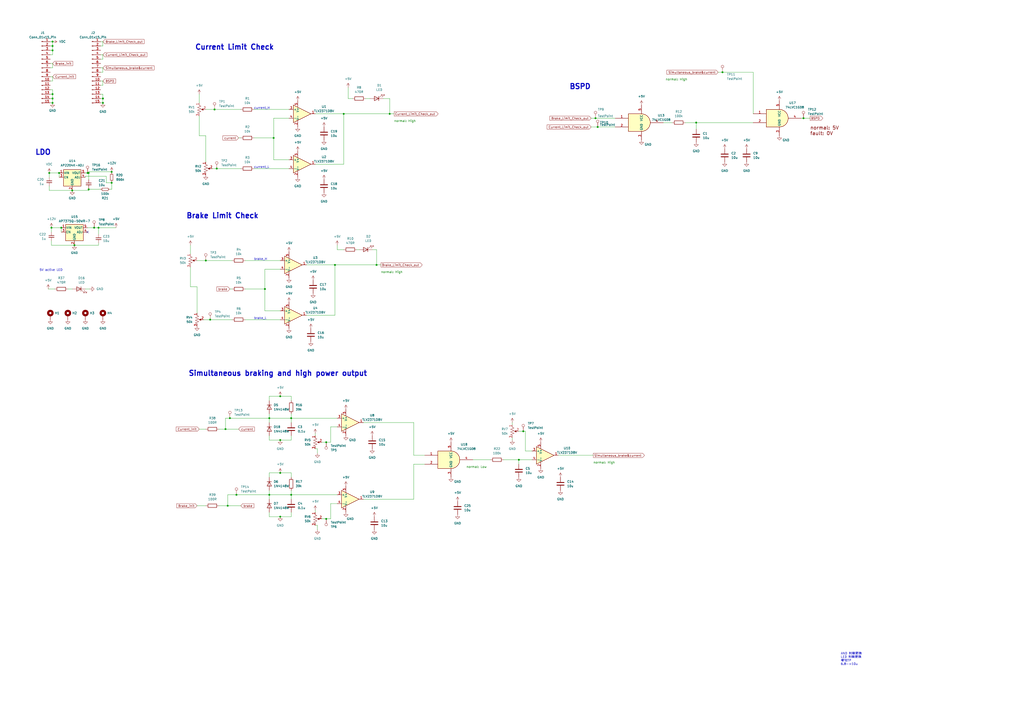
<source format=kicad_sch>
(kicad_sch (version 20230121) (generator eeschema)
  (paper "A2")
  (title_block (title "BSPD_v2") (date "2025-01-30") (company "Formula Racing") (comment 1 "NCKU"))
  (junction (at 168.91 287.02))
  (junction (at 34.29 100.33))
  (junction (at 64.77 106.045))
  (junction (at 168.91 242.57))
  (junction (at 162.56 274.32))
  (junction (at 133.35 242.57))
  (junction (at 30.48 54.61))
  (junction (at 30.48 57.15))
  (junction (at 43.18 142.24))
  (junction (at 35.56 132.08))
  (junction (at 158.75 80.01))
  (junction (at 28.575 100.33))
  (junction (at 121.92 185.42))
  (junction (at 226.06 66.04))
  (junction (at 466.09 68.58))
  (junction (at 57.15 132.08))
  (junction (at 29.845 132.08))
  (junction (at 345.44 68.58))
  (junction (at 162.56 229.87))
  (junction (at 162.56 299.72))
  (junction (at 54.61 132.08))
  (junction (at 346.71 73.66))
  (junction (at 153.67 167.64))
  (junction (at 132.08 293.37))
  (junction (at 51.435 109.855))
  (junction (at 419.1 41.91))
  (junction (at 218.44 153.67))
  (junction (at 64.77 99.695))
  (junction (at 162.56 255.27))
  (junction (at 119.38 151.13))
  (junction (at 189.23 300.99))
  (junction (at 30.48 24.13))
  (junction (at 156.21 242.57))
  (junction (at 403.86 71.12))
  (junction (at 59.69 57.15))
  (junction (at 30.48 26.67))
  (junction (at 50.8 100.33))
  (junction (at 194.31 153.67))
  (junction (at 189.23 256.54))
  (junction (at 137.16 287.02))
  (junction (at 30.48 29.21))
  (junction (at 59.69 59.69))
  (junction (at 30.48 59.69))
  (junction (at 300.99 266.7))
  (junction (at 124.46 63.5))
  (junction (at 41.91 110.49))
  (junction (at 125.73 97.79))
  (junction (at 199.39 66.04))
  (junction (at 130.81 248.92))
  (junction (at 303.53 250.19))
  (junction (at 156.21 287.02))
  (junction (at 51.435 100.33))
  (no_connect (at 50.8 134.62))
  (wire (pts (xy 29.21 57.15) (xy 30.48 57.15)))
  (wire (pts (xy 156.21 242.57) (xy 133.35 242.57)))
  (wire (pts (xy 323.85 264.16) (xy 344.17 264.16)))
  (wire (pts (xy 403.86 74.93) (xy 403.86 71.12)))
  (wire (pts (xy 207.01 144.78) (xy 208.28 144.78)))
  (wire (pts (xy 61.595 102.235) (xy 61.595 106.045)))
  (wire (pts (xy 182.88 251.46) (xy 182.88 252.73)))
  (wire (pts (xy 218.44 153.67) (xy 220.98 153.67)))
  (wire (pts (xy 34.29 100.33) (xy 34.29 102.87)))
  (wire (pts (xy 28.575 107.95) (xy 28.575 110.49)))
  (wire (pts (xy 345.44 68.58) (xy 356.87 68.58)))
  (wire (pts (xy 137.16 287.02) (xy 132.08 287.02)))
  (wire (pts (xy 58.42 46.99) (xy 59.69 46.99)))
  (wire (pts (xy 58.42 24.13) (xy 59.69 24.13)))
  (wire (pts (xy 464.82 68.58) (xy 466.09 68.58)))
  (wire (pts (xy 189.23 256.54) (xy 191.77 256.54)))
  (wire (pts (xy 30.48 46.99) (xy 30.48 44.45)))
  (wire (pts (xy 64.77 99.695) (xy 64.77 100.33)))
  (wire (pts (xy 199.39 66.04) (xy 226.06 66.04)))
  (wire (pts (xy 58.42 57.15) (xy 59.69 57.15)))
  (wire (pts (xy 61.595 106.045) (xy 64.77 106.045)))
  (wire (pts (xy 419.1 41.91) (xy 436.88 41.91)))
  (wire (pts (xy 342.9 68.58) (xy 345.44 68.58)))
  (wire (pts (xy 64.77 105.41) (xy 64.77 106.045)))
  (wire (pts (xy 35.56 132.08) (xy 35.56 134.62)))
  (wire (pts (xy 57.15 132.08) (xy 57.15 135.89)))
  (wire (pts (xy 156.21 287.02) (xy 156.21 289.56)))
  (wire (pts (xy 162.56 229.87) (xy 168.91 229.87)))
  (wire (pts (xy 199.39 144.78) (xy 195.58 144.78)))
  (wire (pts (xy 156.21 284.48) (xy 156.21 287.02)))
  (wire (pts (xy 43.18 142.24) (xy 57.15 142.24)))
  (wire (pts (xy 54.61 132.08) (xy 57.15 132.08)))
  (wire (pts (xy 115.57 78.74) (xy 119.38 78.74)))
  (wire (pts (xy 28.575 110.49) (xy 41.91 110.49)))
  (wire (pts (xy 226.06 66.04) (xy 228.6 66.04)))
  (wire (pts (xy 29.845 132.08) (xy 29.845 134.62)))
  (wire (pts (xy 127 248.92) (xy 130.81 248.92)))
  (wire (pts (xy 123.19 97.79) (xy 125.73 97.79)))
  (wire (pts (xy 226.06 57.15) (xy 222.25 57.15)))
  (wire (pts (xy 182.88 66.04) (xy 199.39 66.04)))
  (wire (pts (xy 194.31 153.67) (xy 194.31 182.88)))
  (wire (pts (xy 147.32 63.5) (xy 167.64 63.5)))
  (wire (pts (xy 212.09 57.15) (xy 214.63 57.15)))
  (wire (pts (xy 300.99 266.7) (xy 300.99 269.24)))
  (wire (pts (xy 342.9 73.66) (xy 346.71 73.66)))
  (wire (pts (xy 184.15 260.35) (xy 184.15 262.89)))
  (wire (pts (xy 240.03 269.24) (xy 246.38 269.24)))
  (wire (pts (xy 194.31 153.67) (xy 218.44 153.67)))
  (wire (pts (xy 30.48 29.21) (xy 30.48 26.67)))
  (wire (pts (xy 168.91 229.87) (xy 168.91 232.41)))
  (wire (pts (xy 49.53 100.33) (xy 50.8 100.33)))
  (wire (pts (xy 186.69 256.54) (xy 189.23 256.54)))
  (wire (pts (xy 30.48 52.07) (xy 30.48 54.61)))
  (wire (pts (xy 158.75 92.71) (xy 158.75 80.01)))
  (wire (pts (xy 191.77 247.65) (xy 195.58 247.65)))
  (wire (pts (xy 226.06 57.15) (xy 226.06 66.04)))
  (wire (pts (xy 168.91 299.72) (xy 168.91 297.18)))
  (wire (pts (xy 114.3 166.37) (xy 114.3 181.61)))
  (wire (pts (xy 297.18 254) (xy 297.18 255.27)))
  (wire (pts (xy 158.75 68.58) (xy 167.64 68.58)))
  (wire (pts (xy 58.42 34.29) (xy 59.69 34.29)))
  (wire (pts (xy 49.53 102.235) (xy 49.53 102.87)))
  (wire (pts (xy 58.42 49.53) (xy 59.69 49.53)))
  (wire (pts (xy 162.56 274.32) (xy 168.91 274.32)))
  (wire (pts (xy 29.21 31.75) (xy 30.48 31.75)))
  (wire (pts (xy 49.53 102.235) (xy 61.595 102.235)))
  (wire (pts (xy 218.44 144.78) (xy 215.9 144.78)))
  (wire (pts (xy 218.44 144.78) (xy 218.44 153.67)))
  (wire (pts (xy 132.08 293.37) (xy 139.7 293.37)))
  (wire (pts (xy 115.57 248.92) (xy 119.38 248.92)))
  (wire (pts (xy 142.24 185.42) (xy 162.56 185.42)))
  (wire (pts (xy 189.23 300.99) (xy 191.77 300.99)))
  (wire (pts (xy 51.435 109.855) (xy 58.42 109.855)))
  (wire (pts (xy 59.69 54.61) (xy 58.42 54.61)))
  (wire (pts (xy 58.42 39.37) (xy 59.69 39.37)))
  (wire (pts (xy 156.21 297.18) (xy 156.21 299.72)))
  (wire (pts (xy 29.21 52.07) (xy 30.48 52.07)))
  (wire (pts (xy 168.91 255.27) (xy 168.91 252.73)))
  (wire (pts (xy 194.31 182.88) (xy 177.8 182.88)))
  (wire (pts (xy 57.15 140.97) (xy 57.15 142.24)))
  (wire (pts (xy 29.845 142.24) (xy 43.18 142.24)))
  (wire (pts (xy 162.56 180.34) (xy 153.67 180.34)))
  (wire (pts (xy 41.91 110.49) (xy 51.435 110.49)))
  (wire (pts (xy 35.56 132.08) (xy 29.845 132.08)))
  (wire (pts (xy 110.49 154.94) (xy 110.49 166.37)))
  (wire (pts (xy 63.5 109.855) (xy 64.77 109.855)))
  (wire (pts (xy 57.15 132.08) (xy 67.31 132.08)))
  (wire (pts (xy 210.82 289.56) (xy 240.03 289.56)))
  (wire (pts (xy 124.46 63.5) (xy 139.7 63.5)))
  (wire (pts (xy 121.92 185.42) (xy 134.62 185.42)))
  (wire (pts (xy 168.91 242.57) (xy 195.58 242.57)))
  (wire (pts (xy 50.8 132.08) (xy 54.61 132.08)))
  (wire (pts (xy 132.08 287.02) (xy 132.08 293.37)))
  (wire (pts (xy 168.91 287.02) (xy 168.91 289.56)))
  (wire (pts (xy 201.93 50.8) (xy 201.93 57.15)))
  (wire (pts (xy 58.42 59.69) (xy 59.69 59.69)))
  (wire (pts (xy 303.53 250.19) (xy 304.8 250.19)))
  (wire (pts (xy 156.21 242.57) (xy 168.91 242.57)))
  (wire (pts (xy 50.8 100.33) (xy 51.435 100.33)))
  (wire (pts (xy 156.21 232.41) (xy 156.21 229.87)))
  (wire (pts (xy 397.51 71.12) (xy 403.86 71.12)))
  (wire (pts (xy 64.77 106.045) (xy 64.77 109.855)))
  (wire (pts (xy 133.35 242.57) (xy 130.81 242.57)))
  (wire (pts (xy 292.1 266.7) (xy 300.99 266.7)))
  (wire (pts (xy 182.88 260.35) (xy 184.15 260.35)))
  (wire (pts (xy 27.94 167.64) (xy 31.75 167.64)))
  (wire (pts (xy 204.47 57.15) (xy 201.93 57.15)))
  (wire (pts (xy 182.88 295.91) (xy 182.88 297.18)))
  (wire (pts (xy 156.21 287.02) (xy 137.16 287.02)))
  (wire (pts (xy 30.48 31.75) (xy 30.48 29.21)))
  (wire (pts (xy 153.67 156.21) (xy 153.67 167.64)))
  (wire (pts (xy 156.21 274.32) (xy 162.56 274.32)))
  (wire (pts (xy 168.91 274.32) (xy 168.91 276.86)))
  (wire (pts (xy 133.35 167.64) (xy 134.62 167.64)))
  (wire (pts (xy 114.3 151.13) (xy 119.38 151.13)))
  (wire (pts (xy 147.32 80.01) (xy 158.75 80.01)))
  (wire (pts (xy 29.21 44.45) (xy 30.48 44.45)))
  (wire (pts (xy 274.32 266.7) (xy 284.48 266.7)))
  (wire (pts (xy 110.49 166.37) (xy 114.3 166.37)))
  (wire (pts (xy 168.91 284.48) (xy 168.91 287.02)))
  (wire (pts (xy 30.48 54.61) (xy 30.48 57.15)))
  (wire (pts (xy 346.71 73.66) (xy 356.87 73.66)))
  (wire (pts (xy 384.81 71.12) (xy 389.89 71.12)))
  (wire (pts (xy 119.38 151.13) (xy 134.62 151.13)))
  (wire (pts (xy 110.49 142.24) (xy 110.49 147.32)))
  (wire (pts (xy 115.57 67.31) (xy 115.57 78.74)))
  (wire (pts (xy 191.77 292.1) (xy 195.58 292.1)))
  (wire (pts (xy 39.37 167.64) (xy 41.91 167.64)))
  (wire (pts (xy 156.21 299.72) (xy 162.56 299.72)))
  (wire (pts (xy 115.57 54.61) (xy 115.57 59.69)))
  (wire (pts (xy 51.435 99.695) (xy 51.435 100.33)))
  (wire (pts (xy 158.75 68.58) (xy 158.75 80.01)))
  (wire (pts (xy 130.81 248.92) (xy 138.43 248.92)))
  (wire (pts (xy 156.21 255.27) (xy 162.56 255.27)))
  (wire (pts (xy 240.03 245.11) (xy 240.03 264.16)))
  (wire (pts (xy 304.8 250.19) (xy 304.8 261.62)))
  (wire (pts (xy 125.73 97.79) (xy 139.7 97.79)))
  (wire (pts (xy 156.21 242.57) (xy 156.21 245.11)))
  (wire (pts (xy 191.77 256.54) (xy 191.77 247.65)))
  (wire (pts (xy 119.38 63.5) (xy 124.46 63.5)))
  (wire (pts (xy 162.56 255.27) (xy 168.91 255.27)))
  (wire (pts (xy 167.64 92.71) (xy 158.75 92.71)))
  (wire (pts (xy 59.69 59.69) (xy 59.69 57.15)))
  (wire (pts (xy 59.69 49.53) (xy 59.69 46.99)))
  (wire (pts (xy 147.32 97.79) (xy 167.64 97.79)))
  (wire (pts (xy 59.69 24.13) (xy 59.69 26.67)))
  (wire (pts (xy 199.39 95.25) (xy 182.88 95.25)))
  (wire (pts (xy 29.21 29.21) (xy 30.48 29.21)))
  (wire (pts (xy 118.11 185.42) (xy 121.92 185.42)))
  (wire (pts (xy 130.81 242.57) (xy 130.81 248.92)))
  (wire (pts (xy 300.99 266.7) (xy 308.61 266.7)))
  (wire (pts (xy 29.21 59.69) (xy 30.48 59.69)))
  (wire (pts (xy 297.18 245.11) (xy 297.18 246.38)))
  (wire (pts (xy 142.24 167.64) (xy 153.67 167.64)))
  (wire (pts (xy 30.48 39.37) (xy 29.21 39.37)))
  (wire (pts (xy 195.58 142.24) (xy 195.58 144.78)))
  (wire (pts (xy 59.69 41.91) (xy 59.69 39.37)))
  (wire (pts (xy 30.48 36.83) (xy 30.48 39.37)))
  (wire (pts (xy 58.42 26.67) (xy 59.69 26.67)))
  (wire (pts (xy 162.56 299.72) (xy 168.91 299.72)))
  (wire (pts (xy 182.88 304.8) (xy 184.15 304.8)))
  (wire (pts (xy 156.21 276.86) (xy 156.21 274.32)))
  (wire (pts (xy 30.48 26.67) (xy 30.48 24.13)))
  (wire (pts (xy 168.91 287.02) (xy 195.58 287.02)))
  (wire (pts (xy 199.39 66.04) (xy 199.39 95.25)))
  (wire (pts (xy 58.42 41.91) (xy 59.69 41.91)))
  (wire (pts (xy 436.88 41.91) (xy 436.88 66.04)))
  (wire (pts (xy 138.43 80.01) (xy 139.7 80.01)))
  (wire (pts (xy 59.69 57.15) (xy 59.69 54.61)))
  (wire (pts (xy 58.42 31.75) (xy 59.69 31.75)))
  (wire (pts (xy 304.8 261.62) (xy 308.61 261.62)))
  (wire (pts (xy 210.82 245.11) (xy 240.03 245.11)))
  (wire (pts (xy 30.48 57.15) (xy 30.48 59.69)))
  (wire (pts (xy 168.91 240.03) (xy 168.91 242.57)))
  (wire (pts (xy 156.21 252.73) (xy 156.21 255.27)))
  (wire (pts (xy 416.56 41.91) (xy 419.1 41.91)))
  (wire (pts (xy 466.09 68.58) (xy 469.9 68.58)))
  (wire (pts (xy 142.24 151.13) (xy 162.56 151.13)))
  (wire (pts (xy 300.99 250.19) (xy 303.53 250.19)))
  (wire (pts (xy 156.21 229.87) (xy 162.56 229.87)))
  (wire (pts (xy 403.86 71.12) (xy 436.88 71.12)))
  (wire (pts (xy 51.435 109.22) (xy 51.435 109.855)))
  (wire (pts (xy 51.435 99.695) (xy 64.77 99.695)))
  (wire (pts (xy 29.21 54.61) (xy 30.48 54.61)))
  (wire (pts (xy 29.21 24.13) (xy 30.48 24.13)))
  (wire (pts (xy 186.69 300.99) (xy 189.23 300.99)))
  (wire (pts (xy 59.69 34.29) (xy 59.69 31.75)))
  (wire (pts (xy 153.67 156.21) (xy 162.56 156.21)))
  (wire (pts (xy 168.91 242.57) (xy 168.91 245.11)))
  (wire (pts (xy 49.53 167.64) (xy 52.07 167.64)))
  (wire (pts (xy 29.21 26.67) (xy 30.48 26.67)))
  (wire (pts (xy 156.21 287.02) (xy 168.91 287.02)))
  (wire (pts (xy 51.435 100.33) (xy 51.435 104.14)))
  (wire (pts (xy 240.03 289.56) (xy 240.03 269.24)))
  (wire (pts (xy 29.845 139.7) (xy 29.845 142.24)))
  (wire (pts (xy 156.21 240.03) (xy 156.21 242.57)))
  (wire (pts (xy 127 293.37) (xy 132.08 293.37)))
  (wire (pts (xy 29.21 36.83) (xy 30.48 36.83)))
  (wire (pts (xy 29.21 46.99) (xy 30.48 46.99)))
  (wire (pts (xy 184.15 304.8) (xy 184.15 307.34)))
  (wire (pts (xy 34.29 100.33) (xy 28.575 100.33)))
  (wire (pts (xy 191.77 300.99) (xy 191.77 292.1)))
  (wire (pts (xy 119.38 78.74) (xy 119.38 93.98)))
  (wire (pts (xy 177.8 153.67) (xy 194.31 153.67)))
  (wire (pts (xy 51.435 109.855) (xy 51.435 110.49)))
  (wire (pts (xy 114.3 293.37) (xy 119.38 293.37)))
  (wire (pts (xy 153.67 180.34) (xy 153.67 167.64)))
  (wire (pts (xy 240.03 264.16) (xy 246.38 264.16)))
  (wire (pts (xy 28.575 100.33) (xy 28.575 102.87)))
  (text "brake_H" (at 147.32 151.13 0) (effects (font (size 1.27 1.27)) (justify left bottom)))
  (text "normal: 5V\nfault: 0V" (at 469.9 78.74 0) (effects (font (size 2 2) (thickness 0.254) bold) (justify left bottom)))
  (text "normal: High" (at 228.6 71.12 0) (effects (font (size 1.27 1.27)) (justify left bottom)))
  (text "BSPD" (at 330.2 52.07 0) (effects (font (size 3 3) (thickness 0.6) bold) (justify left bottom)))
  (text "Current Limit Check" (at 113.03 29.21 0) (effects (font (size 3 3) (thickness 0.6) bold) (justify left bottom)))
  (text "current_H" (at 147.32 63.5 0) (effects (font (size 1.27 1.27)) (justify left bottom)))
  (text "current_L" (at 147.32 97.79 0) (effects (font (size 1.27 1.27)) (justify left bottom)))
  (text "AND 封裝更換\nLED 封裝更換\n增加TP\n6.8->10u" (at 487.68 386.08 0) (effects (font (size 1.27 1.27)) (justify left bottom)))
  (text "normal: High" (at 344.17 269.24 0) (effects (font (size 1.27 1.27)) (justify left bottom)))
  (text "brake_L" (at 147.32 185.42 0) (effects (font (size 1.27 1.27)) (justify left bottom)))
  (text "Simultaneous braking and high power output" (at 109.22 218.44 0) (effects (font (size 3 3) (thickness 0.6) bold) (justify left bottom)))
  (text "normal: Low" (at 270.51 271.78 0) (effects (font (size 1.27 1.27)) (justify left bottom)))
  (text "normal: High" (at 386.08 46.99 0) (effects (font (size 1.27 1.27)) (justify left bottom)))
  (text "normal: High" (at 220.98 158.75 0) (effects (font (size 1.27 1.27)) (justify left bottom)))
  (text "Brake Limit Check" (at 107.95 127 0) (effects (font (size 3 3) (thickness 0.6) bold) (justify left bottom)))
  (text "LDO" (at 20.32 90.17 0) (effects (font (size 3 3) (thickness 0.6) bold) (justify left bottom)))
  (text "5V active LED" (at 22.86 157.48 0) (effects (font (size 1.27 1.27)) (justify left bottom)))
  (global_label "Simultaneous_brake&current" (shape input) (at 416.56 41.91 180) (property "Intersheetrefs" "${INTERSHEET_REFS}" (effects hide)))
  (global_label "Current_init" (shape input) (at 30.48 44.45 0) (property "Intersheetrefs" "${INTERSHEET_REFS}" (effects hide)))
  (global_label "Simultaneous_brake&current" (shape input) (at 59.69 39.37 0) (property "Intersheetrefs" "${INTERSHEET_REFS}" (effects hide)))
  (global_label "current" (shape input) (at 138.43 248.92 0) (property "Intersheetrefs" "${INTERSHEET_REFS}" (effects hide)))
  (global_label "Current_Limit_Check_out" (shape input) (at 342.9 73.66 180) (property "Intersheetrefs" "${INTERSHEET_REFS}" (effects hide)))
  (global_label "Brake_Limit_Check_out" (shape input) (at 342.9 68.58 180) (property "Intersheetrefs" "${INTERSHEET_REFS}" (effects hide)))
  (global_label "Brake_init" (shape input) (at 30.48 36.83 0) (property "Intersheetrefs" "${INTERSHEET_REFS}" (effects hide)))
  (global_label "brake" (shape input) (at 133.35 167.64 180) (property "Intersheetrefs" "${INTERSHEET_REFS}" (effects hide)))
  (global_label "Brake_Limit_Check_out" (shape input) (at 59.69 24.13 0) (property "Intersheetrefs" "${INTERSHEET_REFS}" (effects hide)))
  (global_label "Current_Limit_Check_out" (shape input) (at 59.69 31.75 0) (property "Intersheetrefs" "${INTERSHEET_REFS}" (effects hide)))
  (global_label "Current_init" (shape input) (at 115.57 248.92 180) (property "Intersheetrefs" "${INTERSHEET_REFS}" (effects hide)))
  (global_label "Brake_init" (shape input) (at 114.3 293.37 180) (property "Intersheetrefs" "${INTERSHEET_REFS}" (effects hide)))
  (global_label "Brake_Limit_Check_out" (shape output) (at 220.98 153.67 0) (property "Intersheetrefs" "${INTERSHEET_REFS}" (effects hide)))
  (global_label "Simultaneous_brake&current" (shape output) (at 344.17 264.16 0) (property "Intersheetrefs" "${INTERSHEET_REFS}" (effects hide)))
  (global_label "BSPD" (shape input) (at 59.69 46.99 0) (property "Intersheetrefs" "${INTERSHEET_REFS}" (effects hide)))
  (global_label "current" (shape input) (at 138.43 80.01 180) (property "Intersheetrefs" "${INTERSHEET_REFS}" (effects hide)))
  (global_label "brake" (shape input) (at 139.7 293.37 0) (property "Intersheetrefs" "${INTERSHEET_REFS}" (effects hide)))
  (global_label "Current_Limit_Check_out" (shape output) (at 228.6 66.04 0) (property "Intersheetrefs" "${INTERSHEET_REFS}" (effects hide)))
  (global_label "BSPD" (shape output) (at 469.9 68.58 0) (property "Intersheetrefs" "${INTERSHEET_REFS}" (effects hide)))
  (symbol (lib_id "74xGxx:74LVC1G08") (at 261.62 266.7 0) (unit 1)
    (property "Reference" "U18" (at 269.24 257.81 0))
    (property "Value" "74LVC1G08" (at 270.51 260.35 0))
    (property "Footprint" "Package_TO_SOT_SMD:SOT-23-5" (effects hide))
    (property "Datasheet" "https://www.ti.com/lit/ds/symlink/sn74lvc1g08.pdf" (effects hide))
  )
  (symbol (lib_id "Device:R_Small") (at 60.96 109.855 90) (mirror x) (unit 1)
    (property "Reference" "R21" (at 60.96 114.935 90))
    (property "Value" "100k" (at 60.96 112.395 90))
    (property "Footprint" "Resistor_SMD:R_0603_1608Metric" (effects hide))
  )
  (symbol (lib_id "Amplifier_Operational:TLV2371DBV") (at 316.23 264.16 0) (unit 1)
    (property "Reference" "U10" (at 328.93 259.9691 0))
    (property "Value" "TLV2371DBV" (at 328.93 262.5091 0))
    (property "Footprint" "Package_TO_SOT_SMD:SOT-23-5" (effects hide))
    (property "Datasheet" "http://www.ti.com/lit/ds/symlink/tlv2375.pdf" (effects hide))
  )
  (symbol (lib_id "Device:C") (at 265.43 294.64 0) (unit 1)
    (property "Reference" "C25" (at 269.24 293.37 0) (effects (justify left)))
    (property "Value" "10u" (at 269.24 295.91 0) (effects (justify left)))
    (property "Footprint" "Capacitor_SMD:C_0805_2012Metric_Pad1.18x1.45mm_HandSolder" (effects hide))
  )
  (symbol (lib_id "power:GND") (at 420.37 93.98 0) (unit 1)
    (property "Reference" "#PWR0104" (effects hide))
    (property "Value" "GND" (at 420.37 99.06 0))
  )
  (symbol (lib_id "Connector:TestPoint") (at 121.92 185.42 0) (unit 1)
    (property "Reference" "TP4" (at 124.46 180.848 0) (effects (justify left)))
    (property "Value" "TestPoint" (at 124.46 183.388 0) (effects (justify left)))
    (property "Footprint" "TestPoint:TestPoint_THTPad_D2.0mm_Drill1.0mm" (effects hide))
  )
  (symbol (lib_id "power:+5V") (at 182.88 251.46 0) (unit 1)
    (property "Reference" "#PWR024" (effects hide))
    (property "Value" "+5V" (at 182.88 246.38 0))
  )
  (symbol (lib_id "Device:C") (at 180.34 194.31 0) (unit 1)
    (property "Reference" "C16" (at 184.15 193.04 0) (effects (justify left)))
    (property "Value" "10u" (at 184.15 195.58 0) (effects (justify left)))
    (property "Footprint" "Capacitor_SMD:C_0805_2012Metric_Pad1.18x1.45mm_HandSolder" (effects hide))
  )
  (symbol (lib_id "power:GND") (at 265.43 298.45 0) (unit 1)
    (property "Reference" "#PWR0115" (effects hide))
    (property "Value" "GND" (at 265.43 303.53 0))
  )
  (symbol (lib_id "power:+5V") (at 200.66 237.49 0) (unit 1)
    (property "Reference" "#PWR032" (effects hide))
    (property "Value" "+5V" (at 200.66 232.41 0))
  )
  (symbol (lib_id "Mechanical:MountingHole_Pad") (at 39.37 182.88 0) (unit 1)
    (property "Reference" "H2" (at 41.91 181.61 0) (effects (justify left)))
    (property "Value" "MountingHole_Pad" (effects hide))
    (property "Footprint" "MountingHole:MountingHole_3.2mm_M3_ISO7380_Pad" (effects hide))
  )
  (symbol (lib_id "power:GND") (at 403.86 82.55 0) (unit 1)
    (property "Reference" "#PWR018" (effects hide))
    (property "Value" "GND" (at 403.86 87.63 0))
  )
  (symbol (lib_id "Device:R_Potentiometer_US") (at 110.49 151.13 0) (unit 1)
    (property "Reference" "RV3" (at 107.95 149.86 0) (effects (justify right)))
    (property "Value" "50k" (at 107.95 152.4 0) (effects (justify right)))
    (property "Footprint" "Potentiometer_THT:Potentiometer_Bourns_3296W_Vertical" (effects hide))
  )
  (symbol (lib_id "Connector:TestPoint") (at 137.16 287.02 0) (unit 1)
    (property "Reference" "TP14" (at 139.7 282.448 0) (effects (justify left)))
    (property "Value" "TestPoint" (at 139.7 284.988 0) (effects (justify left)))
    (property "Footprint" "TestPoint:TestPoint_THTPad_D2.0mm_Drill1.0mm" (effects hide))
  )
  (symbol (lib_id "power:+5V") (at 162.56 274.32 0) (unit 1)
    (property "Reference" "#PWR026" (effects hide))
    (property "Value" "+5V" (at 162.56 269.24 0))
  )
  (symbol (lib_id "Device:R") (at 143.51 97.79 90) (unit 1)
    (property "Reference" "R3" (at 143.51 91.44 90))
    (property "Value" "10k" (at 143.51 93.98 90))
    (property "Footprint" "Resistor_SMD:R_0603_1608Metric_Pad0.98x0.95mm_HandSolder" (effects hide))
  )
  (symbol (lib_id "Device:R_Potentiometer_US") (at 115.57 63.5 0) (unit 1)
    (property "Reference" "RV1" (at 113.03 62.23 0) (effects (justify right)))
    (property "Value" "50k" (at 113.03 64.77 0) (effects (justify right)))
    (property "Footprint" "Potentiometer_THT:Potentiometer_Bourns_3296W_Vertical" (effects hide))
  )
  (symbol (lib_id "Amplifier_Operational:TLV2371DBV") (at 170.18 153.67 0) (unit 1)
    (property "Reference" "U3" (at 182.88 149.4791 0))
    (property "Value" "TLV2371DBV" (at 182.88 152.0191 0))
    (property "Footprint" "Package_TO_SOT_SMD:SOT-23-5" (effects hide))
    (property "Datasheet" "http://www.ti.com/lit/ds/symlink/tlv2375.pdf" (effects hide))
  )
  (symbol (lib_id "power:GND") (at 119.38 101.6 0) (unit 1)
    (property "Reference" "#PWR04" (effects hide))
    (property "Value" "GND" (at 119.38 106.68 0))
  )
  (symbol (lib_id "power:GND") (at 167.64 190.5 0) (unit 1)
    (property "Reference" "#PWR012" (effects hide))
    (property "Value" "GND" (at 167.64 195.58 0))
  )
  (symbol (lib_id "power:GND") (at 29.21 185.42 0) (unit 1)
    (property "Reference" "#PWR060" (effects hide))
    (property "Value" "GND" (at 29.21 190.5 0))
  )
  (symbol (lib_id "Connector:TestPoint") (at 189.23 300.99 0) (mirror x) (unit 1)
    (property "Reference" "TP6" (at 191.77 305.562 0) (effects (justify left)))
    (property "Value" "TestPoint" (at 191.77 303.022 0) (effects (justify left)))
    (property "Footprint" "TestPoint:TestPoint_THTPad_D2.0mm_Drill1.0mm" (effects hide))
  )
  (symbol (lib_id "Device:R_Small") (at 64.77 102.87 0) (unit 1)
    (property "Reference" "R20" (at 67.31 101.6 0) (effects (justify left)))
    (property "Value" "866k" (at 67.31 104.14 0) (effects (justify left)))
    (property "Footprint" "Resistor_SMD:R_0603_1608Metric" (effects hide))
  )
  (symbol (lib_id "Device:R_Potentiometer_US") (at 182.88 300.99 0) (unit 1)
    (property "Reference" "RV6" (at 180.34 299.72 0) (effects (justify right)))
    (property "Value" "50k" (at 180.34 302.26 0) (effects (justify right)))
    (property "Footprint" "Potentiometer_THT:Potentiometer_Bourns_3296W_Vertical" (effects hide))
  )
  (symbol (lib_id "power:GND") (at 187.96 111.76 0) (unit 1)
    (property "Reference" "#PWR096" (effects hide))
    (property "Value" "GND" (at 187.96 116.84 0))
  )
  (symbol (lib_id "power:VDC") (at 30.48 24.13 270) (unit 1)
    (property "Reference" "#PWR015" (effects hide))
    (property "Value" "VDC" (at 34.29 24.13 90) (effects (justify left)))
  )
  (symbol (lib_id "Device:C") (at 168.91 248.92 0) (unit 1)
    (property "Reference" "C3" (at 172.72 247.65 0) (effects (justify left)))
    (property "Value" "0.1u" (at 172.72 250.19 0) (effects (justify left)))
    (property "Footprint" "Capacitor_SMD:C_0603_1608Metric_Pad1.08x0.95mm_HandSolder" (effects hide))
  )
  (symbol (lib_id "Device:R") (at 138.43 151.13 90) (unit 1)
    (property "Reference" "R4" (at 138.43 144.78 90))
    (property "Value" "10k" (at 138.43 147.32 90))
    (property "Footprint" "Resistor_SMD:R_0603_1608Metric_Pad0.98x0.95mm_HandSolder" (effects hide))
  )
  (symbol (lib_id "74xGxx:74LVC1G08") (at 452.12 68.58 0) (unit 1)
    (property "Reference" "U17" (at 459.74 59.69 0))
    (property "Value" "74LVC1G08" (at 461.01 62.23 0))
    (property "Footprint" "Package_TO_SOT_SMD:SOT-23-5" (effects hide))
    (property "Datasheet" "https://www.ti.com/lit/ds/symlink/sn74lvc1g08.pdf" (effects hide))
  )
  (symbol (lib_id "power:+5V") (at 115.57 54.61 0) (unit 1)
    (property "Reference" "#PWR01" (effects hide))
    (property "Value" "+5V" (at 115.57 49.53 0))
  )
  (symbol (lib_id "Mechanical:MountingHole_Pad") (at 59.69 182.88 0) (unit 1)
    (property "Reference" "H4" (at 62.23 181.61 0) (effects (justify left)))
    (property "Value" "MountingHole_Pad" (effects hide))
    (property "Footprint" "MountingHole:MountingHole_3.2mm_M3_ISO7380_Pad" (effects hide))
  )
  (symbol (lib_id "Diode:1N4148W") (at 156.21 236.22 270) (unit 1)
    (property "Reference" "D5" (at 158.75 234.95 90) (effects (justify left)))
    (property "Value" "1N4148W" (at 158.75 237.49 90) (effects (justify left)))
    (property "Footprint" "Diode_SMD:D_SOD-123" (effects hide))
    (property "Datasheet" "https://www.vishay.com/docs/85748/1n4148w.pdf" (effects hide))
    (property "Sim.Device" "D" (effects hide))
    (property "Sim.Pins" "1=K 2=A" (effects hide))
  )
  (symbol (lib_id "Device:C") (at 187.96 107.95 0) (unit 1)
    (property "Reference" "C18" (at 191.77 106.68 0) (effects (justify left)))
    (property "Value" "10u" (at 191.77 109.22 0) (effects (justify left)))
    (property "Footprint" "Capacitor_SMD:C_0805_2012Metric_Pad1.18x1.45mm_HandSolder" (effects hide))
  )
  (symbol (lib_id "power:+5V") (at 195.58 142.24 0) (unit 1)
    (property "Reference" "#PWR014" (effects hide))
    (property "Value" "+5V" (at 195.58 137.16 0))
  )
  (symbol (lib_id "power:GND") (at 49.53 185.42 0) (unit 1)
    (property "Reference" "#PWR078" (effects hide))
    (property "Value" "GND" (at 49.53 190.5 0))
  )
  (symbol (lib_id "power:GND") (at 372.11 81.28 0) (unit 1)
    (property "Reference" "#PWR066" (effects hide))
    (property "Value" "GND" (at 375.92 83.82 0))
  )
  (symbol (lib_id "Device:R") (at 143.51 80.01 90) (unit 1)
    (property "Reference" "R2" (at 143.51 73.66 90))
    (property "Value" "10k" (at 143.51 76.2 90))
    (property "Footprint" "Resistor_SMD:R_0603_1608Metric_Pad0.98x0.95mm_HandSolder" (effects hide))
  )
  (symbol (lib_id "Device:R") (at 138.43 185.42 90) (unit 1)
    (property "Reference" "R6" (at 138.43 179.07 90))
    (property "Value" "10k" (at 138.43 181.61 90))
    (property "Footprint" "Resistor_SMD:R_0603_1608Metric_Pad0.98x0.95mm_HandSolder" (effects hide))
  )
  (symbol (lib_id "Connector:TestPoint") (at 125.73 97.79 0) (unit 1)
    (property "Reference" "TP2" (at 128.27 93.218 0) (effects (justify left)))
    (property "Value" "TestPoint" (at 128.27 95.758 0) (effects (justify left)))
    (property "Footprint" "TestPoint:TestPoint_THTPad_D2.0mm_Drill1.0mm" (effects hide))
  )
  (symbol (lib_id "power:GND") (at 187.96 81.28 0) (unit 1)
    (property "Reference" "#PWR098" (effects hide))
    (property "Value" "GND" (at 187.96 86.36 0))
  )
  (symbol (lib_id "power:GND") (at 217.17 307.34 0) (unit 1)
    (property "Reference" "#PWR086" (effects hide))
    (property "Value" "GND" (at 217.17 312.42 0))
  )
  (symbol (lib_id "power:GND") (at 313.69 271.78 0) (unit 1)
    (property "Reference" "#PWR037" (effects hide))
    (property "Value" "GND" (at 313.69 276.86 0))
  )
  (symbol (lib_id "Device:R") (at 123.19 248.92 270) (mirror x) (unit 1)
    (property "Reference" "R38" (at 123.19 242.57 90))
    (property "Value" "100R" (at 123.19 245.11 90))
    (property "Footprint" "Resistor_SMD:R_0603_1608Metric_Pad0.98x0.95mm_HandSolder" (effects hide))
  )
  (symbol (lib_id "power:+5V") (at 215.9 252.73 0) (unit 1)
    (property "Reference" "#PWR089" (effects hide))
    (property "Value" "+5V" (at 215.9 247.65 0))
  )
  (symbol (lib_id "power:+5V") (at 167.64 146.05 0) (unit 1)
    (property "Reference" "#PWR08" (effects hide))
    (property "Value" "+5V" (at 167.64 140.97 0))
  )
  (symbol (lib_id "Connector:Conn_01x15_Pin") (at 53.34 41.91 0) (unit 1)
    (property "Reference" "J2" (at 53.975 19.05 0))
    (property "Value" "Conn_01x15_Pin" (at 53.975 21.59 0))
    (property "Footprint" "Connector_PinHeader_2.54mm:PinHeader_1x15_P2.54mm_Vertical" (effects hide))
  )
  (symbol (lib_id "74xGxx:74LVC1G08") (at 372.11 71.12 0) (unit 1)
    (property "Reference" "U13" (at 383.54 66.9291 0))
    (property "Value" "74LVC1G08" (at 383.54 69.4691 0))
    (property "Footprint" "Package_TO_SOT_SMD:SOT-23-5" (effects hide))
    (property "Datasheet" "https://www.ti.com/lit/ds/symlink/sn74lvc1g08.pdf" (effects hide))
  )
  (symbol (lib_id "power:GND") (at 52.07 167.64 90) (mirror x) (unit 1)
    (property "Reference" "#PWR062" (effects hide))
    (property "Value" "GND" (at 55.88 167.64 90) (effects (justify right)))
  )
  (symbol (lib_id "Device:LED") (at 212.09 144.78 180) (unit 1)
    (property "Reference" "D2" (at 213.6775 137.16 0))
    (property "Value" "LED" (at 213.6775 139.7 0))
    (property "Footprint" "LED_SMD:LED_0805_2012Metric_Pad1.15x1.40mm_HandSolder" (effects hide))
  )
  (symbol (lib_id "Device:C") (at 217.17 303.53 0) (unit 1)
    (property "Reference" "C13" (at 220.98 302.26 0) (effects (justify left)))
    (property "Value" "10u" (at 220.98 304.8 0) (effects (justify left)))
    (property "Footprint" "Capacitor_SMD:C_0805_2012Metric_Pad1.18x1.45mm_HandSolder" (effects hide))
  )
  (symbol (lib_id "power:+5V") (at 162.56 229.87 0) (unit 1)
    (property "Reference" "#PWR023" (effects hide))
    (property "Value" "+5V" (at 162.56 224.79 0))
  )
  (symbol (lib_id "power:+5V") (at 27.94 167.64 0) (unit 1)
    (property "Reference" "#PWR057" (effects hide))
    (property "Value" "+5V" (at 27.94 162.56 0))
  )
  (symbol (lib_id "Connector:TestPoint") (at 133.35 242.57 0) (unit 1)
    (property "Reference" "TP13" (at 135.89 237.998 0) (effects (justify left)))
    (property "Value" "TestPoint" (at 135.89 240.538 0) (effects (justify left)))
    (property "Footprint" "TestPoint:TestPoint_THTPad_D2.0mm_Drill1.0mm" (effects hide))
  )
  (symbol (lib_id "Device:C_Small") (at 51.435 106.68 0) (mirror y) (unit 1)
    (property "Reference" "C21" (at 57.15 104.7813 0) (effects (justify right)))
    (property "Value" "10u" (at 57.15 107.3213 0) (effects (justify right)))
    (property "Footprint" "Capacitor_SMD:C_0805_2012Metric_Pad1.18x1.45mm_HandSolder" (effects hide))
  )
  (symbol (lib_id "Device:R") (at 203.2 144.78 90) (unit 1)
    (property "Reference" "R10" (at 203.2 138.43 90))
    (property "Value" "470R" (at 203.2 140.97 90))
    (property "Footprint" "Resistor_SMD:R_0603_1608Metric_Pad0.98x0.95mm_HandSolder" (effects hide))
  )
  (symbol (lib_id "Device:C_Small") (at 57.15 138.43 0) (mirror y) (unit 1)
    (property "Reference" "C23" (at 59.69 137.16 0) (effects (justify right)))
    (property "Value" "10u" (at 59.69 139.7 0) (effects (justify right)))
    (property "Footprint" "Capacitor_SMD:C_0805_2012Metric_Pad1.18x1.45mm_HandSolder" (effects hide))
  )
  (symbol (lib_id "Connector:TestPoint") (at 54.61 132.08 0) (unit 1)
    (property "Reference" "TP8" (at 57.15 127.508 0) (effects (justify left)))
    (property "Value" "TestPoint" (at 57.15 130.048 0) (effects (justify left)))
    (property "Footprint" "TestPoint:TestPoint_THTPad_D2.0mm_Drill1.0mm" (effects hide))
  )
  (symbol (lib_id "Device:C") (at 300.99 273.05 0) (unit 1)
    (property "Reference" "C5" (at 304.8 271.78 0) (effects (justify left)))
    (property "Value" "10u" (at 304.8 274.32 0) (effects (justify left)))
    (property "Footprint" "Capacitor_SMD:C_0805_2012Metric_Pad1.18x1.45mm_HandSolder" (effects hide))
  )
  (symbol (lib_id "power:GND") (at 43.18 142.24 0) (unit 1)
    (property "Reference" "#PWR0106" (effects hide))
    (property "Value" "GND" (at 43.18 146.685 0))
  )
  (symbol (lib_id "power:+5V") (at 372.11 60.96 0) (unit 1)
    (property "Reference" "#PWR021" (effects hide))
    (property "Value" "+5V" (at 372.11 55.88 0))
  )
  (symbol (lib_id "power:GND") (at 180.34 198.12 0) (unit 1)
    (property "Reference" "#PWR092" (effects hide))
    (property "Value" "GND" (at 180.34 203.2 0))
  )
  (symbol (lib_id "power:+5V") (at 180.34 190.5 0) (unit 1)
    (property "Reference" "#PWR091" (effects hide))
    (property "Value" "+5V" (at 180.34 185.42 0))
  )
  (symbol (lib_id "power:+5V") (at 172.72 87.63 0) (unit 1)
    (property "Reference" "#PWR03" (effects hide))
    (property "Value" "+5V" (at 172.72 82.55 0))
  )
  (symbol (lib_id "power:GND") (at 200.66 252.73 0) (unit 1)
    (property "Reference" "#PWR035" (effects hide))
    (property "Value" "GND" (at 204.47 255.27 0))
  )
  (symbol (lib_id "Device:C_Small") (at 29.845 137.16 0) (unit 1)
    (property "Reference" "C22" (at 26.67 135.8963 0) (effects (justify right)))
    (property "Value" "1u" (at 26.67 138.4363 0) (effects (justify right)))
    (property "Footprint" "Capacitor_SMD:C_0603_1608Metric_Pad1.08x0.95mm_HandSolder" (effects hide))
  )
  (symbol (lib_id "Device:C") (at 325.12 280.67 0) (unit 1)
    (property "Reference" "C14" (at 328.93 279.4 0) (effects (justify left)))
    (property "Value" "10u" (at 328.93 281.94 0) (effects (justify left)))
    (property "Footprint" "Capacitor_SMD:C_0805_2012Metric_Pad1.18x1.45mm_HandSolder" (effects hide))
  )
  (symbol (lib_id "Device:R") (at 35.56 167.64 90) (mirror x) (unit 1)
    (property "Reference" "R37" (at 35.56 161.29 90))
    (property "Value" "470R" (at 35.56 163.83 90))
    (property "Footprint" "Resistor_SMD:R_0603_1608Metric_Pad0.98x0.95mm_HandSolder" (effects hide))
  )
  (symbol (lib_id "power:+5V") (at 182.88 295.91 0) (unit 1)
    (property "Reference" "#PWR027" (effects hide))
    (property "Value" "+5V" (at 182.88 290.83 0))
  )
  (symbol (lib_id "Connector:TestPoint") (at 124.46 63.5 0) (unit 1)
    (property "Reference" "TP1" (at 127 58.928 0) (effects (justify left)))
    (property "Value" "TestPoint" (at 127 61.468 0) (effects (justify left)))
    (property "Footprint" "TestPoint:TestPoint_THTPad_D2.0mm_Drill1.0mm" (effects hide))
  )
  (symbol (lib_id "power:GND") (at 184.15 307.34 0) (unit 1)
    (property "Reference" "#PWR029" (effects hide))
    (property "Value" "GND" (at 184.15 312.42 0))
  )
  (symbol (lib_id "power:+12V") (at 64.77 99.695 0) (unit 1)
    (property "Reference" "#PWR041" (effects hide))
    (property "Value" "+12V" (at 64.77 94.615 0))
  )
  (symbol (lib_id "Device:C") (at 215.9 256.54 0) (unit 1)
    (property "Reference" "C15" (at 219.71 255.27 0) (effects (justify left)))
    (property "Value" "10u" (at 219.71 257.81 0) (effects (justify left)))
    (property "Footprint" "Capacitor_SMD:C_0805_2012Metric_Pad1.18x1.45mm_HandSolder" (effects hide))
  )
  (symbol (lib_id "power:GND") (at 167.64 161.29 0) (unit 1)
    (property "Reference" "#PWR09" (effects hide))
    (property "Value" "GND" (at 167.64 166.37 0))
  )
  (symbol (lib_id "Device:R_Potentiometer_US") (at 297.18 250.19 0) (unit 1)
    (property "Reference" "RV7" (at 294.64 248.92 0) (effects (justify right)))
    (property "Value" "50k" (at 294.64 251.46 0) (effects (justify right)))
    (property "Footprint" "Potentiometer_THT:Potentiometer_Bourns_3296W_Vertical" (effects hide))
  )
  (symbol (lib_id "Connector:Conn_01x15_Pin") (at 24.13 41.91 0) (unit 1)
    (property "Reference" "J1" (at 24.765 19.05 0))
    (property "Value" "Conn_01x15_Pin" (at 24.765 21.59 0))
    (property "Footprint" "Connector_PinHeader_2.54mm:PinHeader_1x15_P2.54mm_Vertical" (effects hide))
  )
  (symbol (lib_id "power:GND") (at 200.66 297.18 0) (unit 1)
    (property "Reference" "#PWR034" (effects hide))
    (property "Value" "GND" (at 203.2 300.99 0))
  )
  (symbol (lib_id "power:GND") (at 39.37 185.42 0) (unit 1)
    (property "Reference" "#PWR077" (effects hide))
    (property "Value" "GND" (at 39.37 190.5 0))
  )
  (symbol (lib_id "Connector:TestPoint") (at 419.1 41.91 0) (unit 1)
    (property "Reference" "TP11" (at 421.64 43.18 0) (effects (justify left)))
    (property "Value" "TestPoint" (at 421.64 45.72 0) (effects (justify left)))
    (property "Footprint" "TestPoint:TestPoint_THTPad_D2.0mm_Drill1.0mm" (effects hide))
  )
  (symbol (lib_id "Device:R") (at 143.51 63.5 90) (unit 1)
    (property "Reference" "R1" (at 143.51 57.15 90))
    (property "Value" "10k" (at 143.51 59.69 90))
    (property "Footprint" "Resistor_SMD:R_0603_1608Metric_Pad0.98x0.95mm_HandSolder" (effects hide))
  )
  (symbol (lib_id "Diode:1N4148W") (at 156.21 280.67 270) (unit 1)
    (property "Reference" "D6" (at 158.75 279.4 90) (effects (justify left)))
    (property "Value" "1N4148W" (at 158.75 281.94 90) (effects (justify left)))
    (property "Footprint" "Diode_SMD:D_SOD-123" (effects hide))
    (property "Datasheet" "https://www.vishay.com/docs/85748/1n4148w.pdf" (effects hide))
    (property "Sim.Device" "D" (effects hide))
    (property "Sim.Pins" "1=K 2=A" (effects hide))
  )
  (symbol (lib_id "Device:LED") (at 218.44 57.15 180) (unit 1)
    (property "Reference" "D1" (at 220.0275 49.53 0))
    (property "Value" "LED" (at 220.0275 52.07 0))
    (property "Footprint" "LED_SMD:LED_0805_2012Metric_Pad1.15x1.40mm_HandSolder" (effects hide))
  )
  (symbol (lib_id "power:GND") (at 300.99 276.86 0) (unit 1)
    (property "Reference" "#PWR040" (effects hide))
    (property "Value" "GND" (at 300.99 281.94 0))
  )
  (symbol (lib_id "power:+5V") (at 200.66 281.94 0) (unit 1)
    (property "Reference" "#PWR033" (effects hide))
    (property "Value" "+5V" (at 200.66 276.86 0))
  )
  (symbol (lib_id "power:GND") (at 172.72 73.66 0) (unit 1)
    (property "Reference" "#PWR06" (effects hide))
    (property "Value" "GND" (at 172.72 78.74 0))
  )
  (symbol (lib_id "power:GND") (at 325.12 284.48 0) (unit 1)
    (property "Reference" "#PWR088" (effects hide))
    (property "Value" "GND" (at 325.12 289.56 0))
  )
  (symbol (lib_id "power:GND") (at 261.62 276.86 0) (unit 1)
    (property "Reference" "#PWR065" (effects hide))
    (property "Value" "GND" (at 265.43 279.4 0))
  )
  (symbol (lib_id "Device:R_Potentiometer_US") (at 182.88 256.54 0) (unit 1)
    (property "Reference" "RV5" (at 180.34 255.27 0) (effects (justify right)))
    (property "Value" "50k" (at 180.34 257.81 0) (effects (justify right)))
    (property "Footprint" "Potentiometer_THT:Potentiometer_Bourns_3296W_Vertical" (effects hide))
  )
  (symbol (lib_id "Device:C") (at 403.86 78.74 0) (unit 1)
    (property "Reference" "C1" (at 407.67 77.47 0) (effects (justify left)))
    (property "Value" "10u" (at 407.67 80.01 0) (effects (justify left)))
    (property "Footprint" "Capacitor_SMD:C_0805_2012Metric_Pad1.18x1.45mm_HandSolder" (effects hide))
  )
  (symbol (lib_id "power:+12V") (at 29.845 132.08 0) (unit 1)
    (property "Reference" "#PWR072" (effects hide))
    (property "Value" "+12V" (at 29.845 127 0))
  )
  (symbol (lib_id "power:GND") (at 184.15 262.89 0) (unit 1)
    (property "Reference" "#PWR025" (effects hide))
    (property "Value" "GND" (at 184.15 267.97 0))
  )
  (symbol (lib_id "Device:R") (at 123.19 293.37 90) (unit 1)
    (property "Reference" "R39" (at 123.19 287.02 90))
    (property "Value" "100R" (at 123.19 289.56 90))
    (property "Footprint" "Resistor_SMD:R_0603_1608Metric_Pad0.98x0.95mm_HandSolder" (effects hide))
  )
  (symbol (lib_id "Device:C") (at 433.07 90.17 0) (unit 1)
    (property "Reference" "C9" (at 436.88 88.9 0) (effects (justify left)))
    (property "Value" "10u" (at 436.88 91.44 0) (effects (justify left)))
    (property "Footprint" "Capacitor_SMD:C_0805_2012Metric_Pad1.18x1.45mm_HandSolder" (effects hide))
  )
  (symbol (lib_id "power:+5V") (at 110.49 142.24 0) (unit 1)
    (property "Reference" "#PWR07" (effects hide))
    (property "Value" "+5V" (at 110.49 137.16 0))
  )
  (symbol (lib_id "Device:LED") (at 45.72 167.64 0) (mirror y) (unit 1)
    (property "Reference" "D16" (at 47.3075 161.29 0))
    (property "Value" "LED" (at 47.3075 163.83 0))
    (property "Footprint" "LED_SMD:LED_0805_2012Metric_Pad1.15x1.40mm_HandSolder" (effects hide))
  )
  (symbol (lib_id "power:+5V") (at 297.18 245.11 0) (unit 1)
    (property "Reference" "#PWR038" (effects hide))
    (property "Value" "+5V" (at 297.18 240.03 0))
  )
  (symbol (lib_id "Regulator_Linear:AP2204K-ADJ") (at 43.18 134.62 0) (unit 1)
    (property "Reference" "U15" (at 43.18 125.73 0))
    (property "Value" "AP7375Q-50WR-7" (at 43.18 128.27 0))
    (property "Footprint" "Package_TO_SOT_SMD:SOT-23-5" (effects hide))
    (property "Datasheet" "https://www.diodes.com/assets/Datasheets/AP2204.pdf" (effects hide))
  )
  (symbol (lib_id "Amplifier_Operational:TLV2371DBV") (at 203.2 289.56 0) (unit 1)
    (property "Reference" "U9" (at 215.9 285.3691 0))
    (property "Value" "TLV2371DBV" (at 215.9 287.9091 0))
    (property "Footprint" "Package_TO_SOT_SMD:SOT-23-5" (effects hide))
    (property "Datasheet" "http://www.ti.com/lit/ds/symlink/tlv2375.pdf" (effects hide))
  )
  (symbol (lib_id "power:GND") (at 162.56 299.72 0) (unit 1)
    (property "Reference" "#PWR028" (effects hide))
    (property "Value" "GND" (at 162.56 304.8 0))
  )
  (symbol (lib_id "power:GND") (at 30.48 59.69 0) (unit 1)
    (property "Reference" "#PWR016" (effects hide))
    (property "Value" "GND" (at 30.48 64.135 0))
  )
  (symbol (lib_id "Connector:TestPoint") (at 466.09 68.58 0) (unit 1)
    (property "Reference" "TP12" (at 468.63 63.5 0) (effects (justify left)))
    (property "Value" "TestPoint" (at 468.63 66.04 0) (effects (justify left)))
    (property "Footprint" "TestPoint:TestPoint_THTPad_D2.0mm_Drill1.0mm" (effects hide))
  )
  (symbol (lib_id "power:+5V") (at 325.12 276.86 0) (unit 1)
    (property "Reference" "#PWR087" (effects hide))
    (property "Value" "+5V" (at 325.12 271.78 0))
  )
  (symbol (lib_id "Connector:TestPoint") (at 50.8 100.33 0) (unit 1)
    (property "Reference" "TP16" (at 53.34 95.758 0) (effects (justify left)))
    (property "Value" "TestPoint" (at 53.34 98.298 0) (effects (justify left)))
    (property "Footprint" "TestPoint:TestPoint_THTPad_D2.0mm_Drill1.0mm" (effects hide))
  )
  (symbol (lib_id "power:+5V") (at 167.64 175.26 0) (unit 1)
    (property "Reference" "#PWR010" (effects hide))
    (property "Value" "+5V" (at 167.64 170.18 0))
  )
  (symbol (lib_id "Device:R") (at 288.29 266.7 90) (unit 1)
    (property "Reference" "R22" (at 288.29 260.35 90))
    (property "Value" "100k" (at 288.29 262.89 90))
    (property "Footprint" "Resistor_SMD:R_0603_1608Metric_Pad0.98x0.95mm_HandSolder" (effects hide))
  )
  (symbol (lib_id "power:GND") (at 452.12 78.74 0) (unit 1)
    (property "Reference" "#PWR075" (effects hide))
    (property "Value" "GND" (at 455.93 81.28 0))
  )
  (symbol (lib_id "Mechanical:MountingHole_Pad") (at 49.53 182.88 0) (unit 1)
    (property "Reference" "H3" (at 52.07 181.61 0) (effects (justify left)))
    (property "Value" "MountingHole_Pad" (effects hide))
    (property "Footprint" "MountingHole:MountingHole_3.2mm_M3_ISO7380_Pad" (effects hide))
  )
  (symbol (lib_id "power:+5V") (at 201.93 50.8 0) (unit 1)
    (property "Reference" "#PWR013" (effects hide))
    (property "Value" "+5V" (at 201.93 45.72 0))
  )
  (symbol (lib_id "power:GND") (at 215.9 260.35 0) (unit 1)
    (property "Reference" "#PWR090" (effects hide))
    (property "Value" "GND" (at 215.9 265.43 0))
  )
  (symbol (lib_id "Amplifier_Operational:TLV2371DBV") (at 175.26 66.04 0) (unit 1)
    (property "Reference" "U1" (at 187.96 61.8491 0))
    (property "Value" "TLV2371DBV" (at 187.96 64.3891 0))
    (property "Footprint" "Package_TO_SOT_SMD:SOT-23-5" (effects hide))
    (property "Datasheet" "http://www.ti.com/lit/ds/symlink/tlv2375.pdf" (effects hide))
  )
  (symbol (lib_id "power:+5V") (at 172.72 58.42 0) (unit 1)
    (property "Reference" "#PWR02" (effects hide))
    (property "Value" "+5V" (at 172.72 53.34 0))
  )
  (symbol (lib_id "Connector:TestPoint") (at 345.44 68.58 0) (unit 1)
    (property "Reference" "TP9" (at 346.71 63.5 0) (effects (justify left)))
    (property "Value" "TestPoint" (at 346.71 67.31 0) (effects (justify left)))
    (property "Footprint" "TestPoint:TestPoint_THTPad_D2.0mm_Drill1.0mm" (effects hide))
  )
  (symbol (lib_id "power:GND") (at 297.18 255.27 0) (unit 1)
    (property "Reference" "#PWR039" (effects hide))
    (property "Value" "GND" (at 297.18 260.35 0))
  )
  (symbol (lib_id "power:GND") (at 59.69 59.69 0) (mirror y) (unit 1)
    (property "Reference" "#PWR017" (effects hide))
    (property "Value" "GND" (at 59.69 64.77 0))
  )
  (symbol (lib_id "Device:C_Small") (at 28.575 105.41 0) (unit 1)
    (property "Reference" "C20" (at 25.4 104.1463 0) (effects (justify right)))
    (property "Value" "1u" (at 25.4 106.6863 0) (effects (justify right)))
    (property "Footprint" "Capacitor_SMD:C_0603_1608Metric_Pad1.08x0.95mm_HandSolder" (effects hide))
  )
  (symbol (lib_id "power:GND") (at 114.3 189.23 0) (unit 1)
    (property "Reference" "#PWR011" (effects hide))
    (property "Value" "GND" (at 114.3 194.31 0))
  )
  (symbol (lib_id "Device:C") (at 187.96 77.47 0) (unit 1)
    (property "Reference" "C19" (at 191.77 76.2 0) (effects (justify left)))
    (property "Value" "10u" (at 191.77 78.74 0) (effects (justify left)))
    (property "Footprint" "Capacitor_SMD:C_0805_2012Metric_Pad1.18x1.45mm_HandSolder" (effects hide))
  )
  (symbol (lib_id "power:+5V") (at 420.37 86.36 0) (unit 1)
    (property "Reference" "#PWR0100" (effects hide))
    (property "Value" "+5V" (at 420.37 81.28 0))
  )
  (symbol (lib_id "Regulator_Linear:AP2204K-ADJ") (at 41.91 102.87 0) (unit 1)
    (property "Reference" "U14" (at 41.91 93.345 0))
    (property "Value" "AP2204K-ADJ" (at 41.91 95.885 0))
    (property "Footprint" "Package_TO_SOT_SMD:SOT-23-5" (effects hide))
    (property "Datasheet" "https://www.diodes.com/assets/Datasheets/AP2204.pdf" (effects hide))
  )
  (symbol (lib_id "Device:R") (at 138.43 167.64 90) (unit 1)
    (property "Reference" "R5" (at 138.43 161.29 90))
    (property "Value" "10k" (at 138.43 163.83 90))
    (property "Footprint" "Resistor_SMD:R_0603_1608Metric_Pad0.98x0.95mm_HandSolder" (effects hide))
  )
  (symbol (lib_id "power:+5V") (at 265.43 290.83 0) (unit 1)
    (property "Reference" "#PWR0114" (effects hide))
    (property "Value" "+5V" (at 265.43 285.75 0))
  )
  (symbol (lib_id "power:+5V") (at 217.17 299.72 0) (unit 1)
    (property "Reference" "#PWR085" (effects hide))
    (property "Value" "+5V" (at 217.17 294.64 0))
  )
  (symbol (lib_id "Amplifier_Operational:TLV2371DBV") (at 175.26 95.25 0) (unit 1)
    (property "Reference" "U2" (at 187.96 91.0591 0))
    (property "Value" "TLV2371DBV" (at 187.96 93.5991 0))
    (property "Footprint" "Package_TO_SOT_SMD:SOT-23-5" (effects hide))
    (property "Datasheet" "http://www.ti.com/lit/ds/symlink/tlv2375.pdf" (effects hide))
  )
  (symbol (lib_id "Amplifier_Operational:TLV2371DBV") (at 203.2 245.11 0) (unit 1)
    (property "Reference" "U8" (at 215.9 240.9191 0))
    (property "Value" "TLV2371DBV" (at 215.9 243.4591 0))
    (property "Footprint" "Package_TO_SOT_SMD:SOT-23-5" (effects hide))
    (property "Datasheet" "http://www.ti.com/lit/ds/symlink/tlv2375.pdf" (effects hide))
  )
  (symbol (lib_id "power:+5V") (at 452.12 58.42 0) (unit 1)
    (property "Reference" "#PWR058" (effects hide))
    (property "Value" "+5V" (at 452.12 53.34 0))
  )
  (symbol (lib_id "power:+5V") (at 187.96 104.14 0) (unit 1)
    (property "Reference" "#PWR095" (effects hide))
    (property "Value" "+5V" (at 187.96 99.06 0))
  )
  (symbol (lib_id "Device:R") (at 168.91 236.22 0) (unit 1)
    (property "Reference" "R16" (at 171.45 234.95 0) (effects (justify left)))
    (property "Value" "39k" (at 171.45 237.49 0) (effects (justify left)))
    (property "Footprint" "Resistor_SMD:R_0603_1608Metric_Pad0.98x0.95mm_HandSolder" (effects hide))
  )
  (symbol (lib_id "power:+5V") (at 313.69 256.54 0) (unit 1)
    (property "Reference" "#PWR036" (effects hide))
    (property "Value" "+5V" (at 313.69 251.46 0))
  )
  (symbol (lib_id "power:VDC") (at 28.575 100.33 0) (unit 1)
    (property "Reference" "#PWR099" (effects hide))
    (property "Value" "VDC" (at 28.575 95.25 0))
  )
  (symbol (lib_id "power:GND") (at 181.61 170.18 0) (unit 1)
    (property "Reference" "#PWR094" (effects hide))
    (property "Value" "GND" (at 181.61 175.26 0))
  )
  (symbol (lib_id "power:GND") (at 41.91 110.49 0) (unit 1)
    (property "Reference" "#PWR0103" (effects hide))
    (property "Value" "GND" (at 41.91 114.935 0))
  )
  (symbol (lib_id "Diode:1N4148W") (at 156.21 293.37 270) (unit 1)
    (property "Reference" "D7" (at 158.75 292.1 90) (effects (justify left)))
    (property "Value" "1N4148W" (at 158.75 294.64 90) (effects (justify left)))
    (property "Footprint" "Diode_SMD:D_SOD-123" (effects hide))
    (property "Datasheet" "https://www.vishay.com/docs/85748/1n4148w.pdf" (effects hide))
    (property "Sim.Device" "D" (effects hide))
    (property "Sim.Pins" "1=K 2=A" (effects hide))
  )
  (symbol (lib_id "power:GND") (at 433.07 93.98 0) (unit 1)
    (property "Reference" "#PWR0107" (effects hide))
    (property "Value" "GND" (at 433.07 99.06 0))
  )
  (symbol (lib_id "Device:C") (at 420.37 90.17 0) (unit 1)
    (property "Reference" "C2" (at 424.18 88.9 0) (effects (justify left)))
    (property "Value" "10u" (at 424.18 91.44 0) (effects (justify left)))
    (property "Footprint" "Capacitor_SMD:C_0805_2012Metric_Pad1.18x1.45mm_HandSolder" (effects hide))
  )
  (symbol (lib_id "power:GND") (at 59.69 185.42 0) (unit 1)
    (property "Reference" "#PWR080" (effects hide))
    (property "Value" "GND" (at 59.69 190.5 0))
  )
  (symbol (lib_id "Device:C") (at 181.61 166.37 0) (unit 1)
    (property "Reference" "C17" (at 185.42 165.1 0) (effects (justify left)))
    (property "Value" "10u" (at 185.42 167.64 0) (effects (justify left)))
    (property "Footprint" "Capacitor_SMD:C_0805_2012Metric_Pad1.18x1.45mm_HandSolder" (effects hide))
  )
  (symbol (lib_id "Amplifier_Operational:TLV2371DBV") (at 170.18 182.88 0) (unit 1)
    (property "Reference" "U4" (at 182.88 178.6891 0))
    (property "Value" "TLV2371DBV" (at 182.88 181.2291 0))
    (property "Footprint" "Package_TO_SOT_SMD:SOT-23-5" (effects hide))
    (property "Datasheet" "http://www.ti.com/lit/ds/symlink/tlv2375.pdf" (effects hide))
  )
  (symbol (lib_id "Diode:1N4148W") (at 156.21 248.92 270) (unit 1)
    (property "Reference" "D18" (at 158.75 247.65 90) (effects (justify left)))
    (property "Value" "1N4148W" (at 158.75 250.19 90) (effects (justify left)))
    (property "Footprint" "Diode_SMD:D_SOD-123" (effects hide))
    (property "Datasheet" "https://www.vishay.com/docs/85748/1n4148w.pdf" (effects hide))
    (property "Sim.Device" "D" (effects hide))
    (property "Sim.Pins" "1=K 2=A" (effects hide))
  )
  (symbol (lib_id "Device:R") (at 208.28 57.15 90) (unit 1)
    (property "Reference" "R8" (at 208.28 50.8 90))
    (property "Value" "470R" (at 208.28 53.34 90))
    (property "Footprint" "Resistor_SMD:R_0603_1608Metric_Pad0.98x0.95mm_HandSolder" (effects hide))
  )
  (symbol (lib_id "Device:C") (at 168.91 293.37 0) (unit 1)
    (property "Reference" "C4" (at 172.72 292.1 0) (effects (justify left)))
    (property "Value" "0.1u" (at 172.72 294.64 0) (effects (justify left)))
    (property "Footprint" "Capacitor_SMD:C_0603_1608Metric_Pad1.08x0.95mm_HandSolder" (effects hide))
  )
  (symbol (lib_id "Connector:TestPoint") (at 119.38 151.13 0) (unit 1)
    (property "Reference" "TP3" (at 121.92 146.558 0) (effects (justify left)))
    (property "Value" "TestPoint" (at 121.92 149.098 0) (effects (justify left)))
    (property "Footprint" "TestPoint:TestPoint_THTPad_D2.0mm_Drill1.0mm" (effects hide))
  )
  (symbol (lib_id "power:GND") (at 162.56 255.27 0) (unit 1)
    (property "Reference" "#PWR022" (effects hide))
    (property "Value" "GND" (at 162.56 260.35 0))
  )
  (symbol (lib_id "Connector:TestPoint") (at 303.53 250.19 0) (unit 1)
    (property "Reference" "TP7" (at 306.07 245.618 0) (effects (justify left)))
    (property "Value" "TestPoint" (at 306.07 248.158 0) (effects (justify left)))
    (property "Footprint" "TestPoint:TestPoint_THTPad_D2.0mm_Drill1.0mm" (effects hide))
  )
  (symbol (lib_id "power:+5V") (at 261.62 256.54 0) (unit 1)
    (property "Reference" "#PWR020" (effects hide))
    (property "Value" "+5V" (at 261.62 251.46 0))
  )
  (symbol (lib_id "Device:R_Potentiometer_US") (at 119.38 97.79 0) (unit 1)
    (property "Reference" "RV2" (at 116.84 96.52 0) (effects (justify right)))
    (property "Value" "50k" (at 116.84 99.06 0) (effects (justify right)))
    (property "Footprint" "Potentiometer_THT:Potentiometer_Bourns_3296W_Vertical" (effects hide))
  )
  (symbol (lib_id "power:+5V") (at 187.96 73.66 0) (unit 1)
    (property "Reference" "#PWR097" (effects hide))
    (property "Value" "+5V" (at 187.96 68.58 0))
  )
  (symbol (lib_id "Device:R_Potentiometer_US") (at 114.3 185.42 0) (unit 1)
    (property "Reference" "RV4" (at 111.76 184.15 0) (effects (justify right)))
    (property "Value" "50k" (at 111.76 186.69 0) (effects (justify right)))
    (property "Footprint" "Potentiometer_THT:Potentiometer_Bourns_3296W_Vertical" (effects hide))
  )
  (symbol (lib_id "Device:R") (at 393.7 71.12 90) (unit 1)
    (property "Reference" "R12" (at 393.7 64.77 90))
    (property "Value" "100k" (at 393.7 67.31 90))
    (property "Footprint" "Resistor_SMD:R_0603_1608Metric_Pad0.98x0.95mm_HandSolder" (effects hide))
  )
  (symbol (lib_id "power:+5V") (at 433.07 86.36 0) (unit 1)
    (property "Reference" "#PWR0105" (effects hide))
    (property "Value" "+5V" (at 433.07 81.28 0))
  )
  (symbol (lib_id "Connector:TestPoint") (at 346.71 73.66 0) (unit 1)
    (property "Reference" "TP10" (at 347.98 71.12 0) (effects (justify left)))
    (property "Value" "TestPoint" (at 347.98 72.39 0) (effects (justify left)))
    (property "Footprint" "TestPoint:TestPoint_THTPad_D2.0mm_Drill1.0mm" (effects hide))
  )
  (symbol (lib_id "Mechanical:MountingHole_Pad") (at 29.21 182.88 0) (unit 1)
    (property "Reference" "H1" (at 31.75 181.61 0) (effects (justify left)))
    (property "Value" "MountingHole_Pad" (effects hide))
    (property "Footprint" "MountingHole:MountingHole_3.2mm_M3_ISO7380_Pad" (effects hide))
  )
  (symbol (lib_id "power:+5V") (at 181.61 162.56 0) (unit 1)
    (property "Reference" "#PWR093" (effects hide))
    (property "Value" "+5V" (at 181.61 157.48 0))
  )
  (symbol (lib_id "Device:R") (at 168.91 280.67 0) (unit 1)
    (property "Reference" "R17" (at 171.45 279.4 0) (effects (justify left)))
    (property "Value" "39k" (at 171.45 281.94 0) (effects (justify left)))
    (property "Footprint" "Resistor_SMD:R_0603_1608Metric_Pad0.98x0.95mm_HandSolder" (effects hide))
  )
  (symbol (lib_id "power:GND") (at 172.72 102.87 0) (unit 1)
    (property "Reference" "#PWR05" (effects hide))
    (property "Value" "GND" (at 172.72 107.95 0))
  )
  (symbol (lib_id "Connector:TestPoint") (at 189.23 256.54 0) (mirror x) (unit 1)
    (property "Reference" "TP5" (at 191.77 261.112 0) (effects (justify left)))
    (property "Value" "TestPoint" (at 191.77 258.572 0) (effects (justify left)))
    (property "Footprint" "TestPoint:TestPoint_THTPad_D2.0mm_Drill1.0mm" (effects hide))
  )
  (symbol (lib_id "power:+5V") (at 67.31 132.08 0) (unit 1)
    (property "Reference" "#PWR071" (effects hide))
    (property "Value" "+5V" (at 67.31 127 0))
  )
)
</source>
